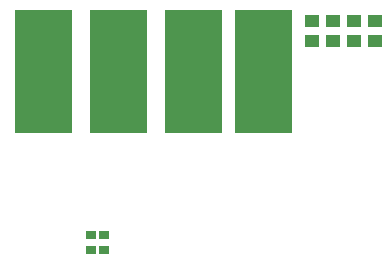
<source format=gts>
G04 Layer: TopSolderMaskLayer*
G04 EasyEDA v6.5.46, 2024-08-14 00:49:08*
G04 dde63f3f8315456bab8066d9accbbf49,2068458b4593477ca407b24a564fb9b8,10*
G04 Gerber Generator version 0.2*
G04 Scale: 100 percent, Rotated: No, Reflected: No *
G04 Dimensions in millimeters *
G04 leading zeros omitted , absolute positions ,4 integer and 5 decimal *
%FSLAX45Y45*%
%MOMM*%

%AMMACRO1*4,1,8,-0.4161,-0.3208,-0.4458,-0.2908,-0.4458,0.2911,-0.4161,0.3208,0.4158,0.3208,0.4458,0.2911,0.4458,-0.2908,0.4158,-0.3208,-0.4161,-0.3208,0*%
%AMMACRO2*4,1,8,-0.5211,-0.5008,-0.5508,-0.4708,-0.5508,0.471,-0.5211,0.5008,0.5208,0.5008,0.5508,0.471,0.5508,-0.4708,0.5208,-0.5008,-0.5211,-0.5008,0*%
%AMMACRO3*4,1,8,-2.0211,-0.5508,-2.0508,-0.5208,-2.0508,0.5211,-2.0211,0.5508,2.0208,0.5508,2.0508,0.5211,2.0508,-0.5208,2.0208,-0.5508,-2.0211,-0.5508,0*%
%ADD10MACRO1*%
%ADD11MACRO2*%
%ADD12MACRO3*%

%LPD*%
G36*
X3063900Y2825394D02*
G01*
X3063900Y2305405D01*
X3463899Y2305405D01*
X3463899Y2825394D01*
G37*
G36*
X2454300Y2825394D02*
G01*
X2454300Y2305405D01*
X2854299Y2305405D01*
X2854299Y2825394D01*
G37*
G36*
X1832000Y2838094D02*
G01*
X1832000Y2318105D01*
X2231999Y2318105D01*
X2231999Y2838094D01*
G37*
G36*
X1197000Y2850794D02*
G01*
X1197000Y2330805D01*
X1596999Y2330805D01*
X1596999Y2850794D01*
G37*
D10*
G01*
X1799691Y1206500D03*
G01*
X1908708Y1206500D03*
D11*
G01*
X3670312Y3018701D03*
G01*
X3670312Y2848698D03*
G01*
X3848112Y3018701D03*
G01*
X3848112Y2848698D03*
G01*
X4025912Y3018701D03*
G01*
X4025912Y2848698D03*
G01*
X4203712Y3018701D03*
G01*
X4203712Y2848698D03*
D12*
G01*
X3263900Y2875394D03*
G01*
X3263900Y2255405D03*
G01*
X2654300Y2875394D03*
G01*
X2654300Y2255405D03*
G01*
X2031999Y2888094D03*
G01*
X2031999Y2268105D03*
G01*
X1397000Y2900794D03*
G01*
X1397000Y2280805D03*
D10*
G01*
X1799691Y1079500D03*
G01*
X1908708Y1079500D03*
G36*
X1155700Y3111500D02*
G01*
X1638300Y3111500D01*
X1638300Y2070100D01*
X1155700Y2070100D01*
G37*
G36*
X1790700Y3111500D02*
G01*
X2273300Y3111500D01*
X2273300Y2070100D01*
X1790700Y2070100D01*
G37*
G36*
X2425700Y3111500D02*
G01*
X2908300Y3111500D01*
X2908300Y2070100D01*
X2425700Y2070100D01*
G37*
G36*
X3022600Y3111500D02*
G01*
X3505200Y3111500D01*
X3505200Y2070100D01*
X3022600Y2070100D01*
G37*
M02*

</source>
